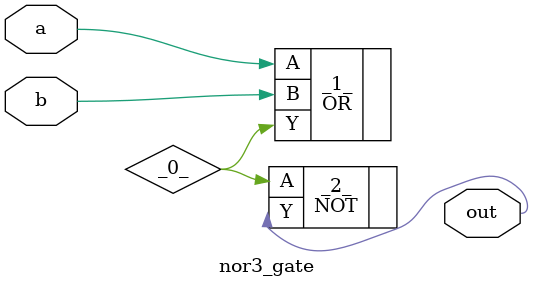
<source format=v>
/* Generated by Yosys 0.41+83 (git sha1 7045cf509, x86_64-w64-mingw32-g++ 13.2.1 -Os) */

/* cells_not_processed =  1  */
/* src = "nor3_gate.v:2.1-13.10" */
module nor3_gate(a, b, out);
  wire _0_;
  /* src = "nor3_gate.v:3.9-3.10" */
  input a;
  wire a;
  /* src = "nor3_gate.v:4.9-4.10" */
  input b;
  wire b;
  /* src = "nor3_gate.v:5.10-5.13" */
  output out;
  wire out;
  OR _1_ (
    .A(a),
    .B(b),
    .Y(_0_)
  );
  NOT _2_ (
    .A(_0_),
    .Y(out)
  );
endmodule

</source>
